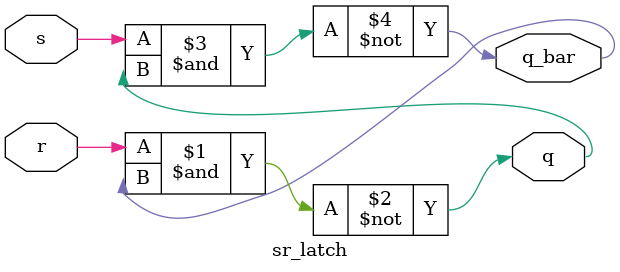
<source format=v>
module sr_latch(q,q_bar,s,r);
input s,r;
output q,q_bar;

  nand n1(q,r,q_bar);
  nand n2(q_bar,s,q);
 
endmodule
</source>
